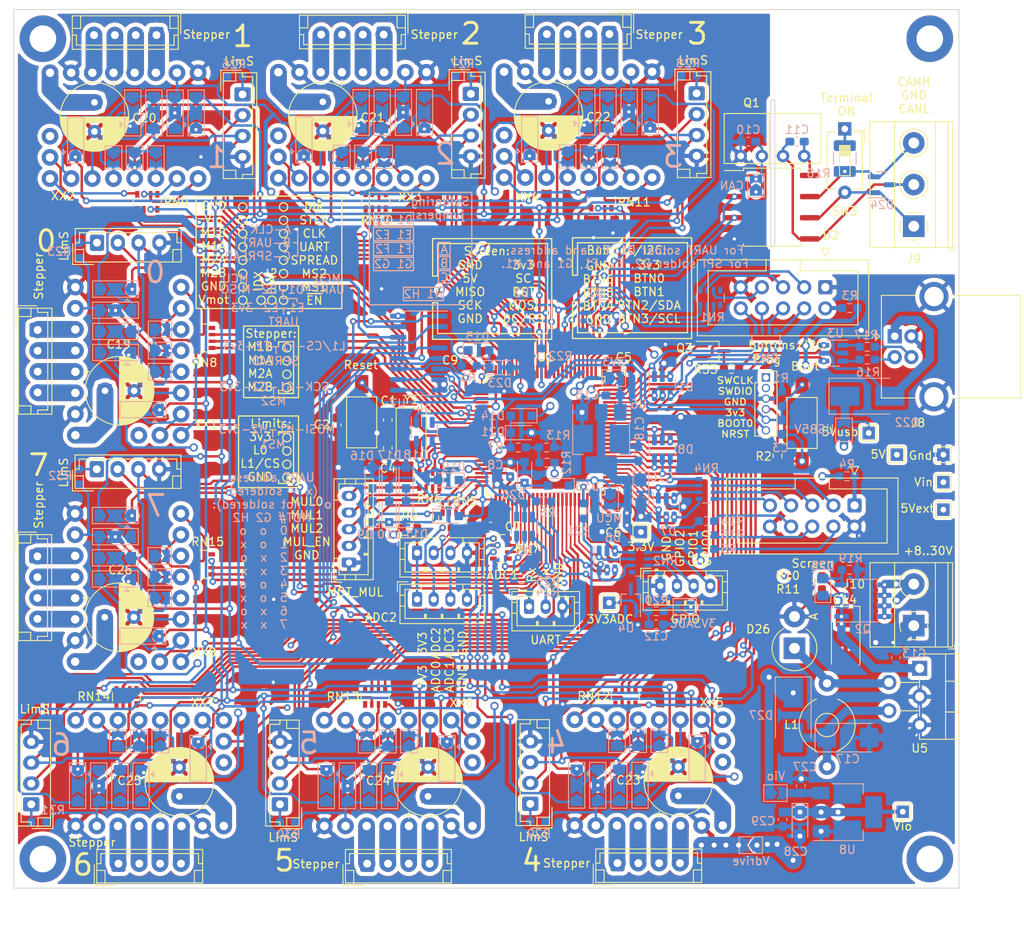
<source format=kicad_pcb>
(kicad_pcb (version 20211014) (generator pcbnew)

  (general
    (thickness 4.69)
  )

  (paper "A4")
  (layers
    (0 "F.Cu" signal)
    (1 "In1.Cu" power "Ground.Cu")
    (2 "In2.Cu" power "Power.Cu")
    (31 "B.Cu" signal)
    (32 "B.Adhes" user "B.Adhesive")
    (33 "F.Adhes" user "F.Adhesive")
    (34 "B.Paste" user)
    (35 "F.Paste" user)
    (36 "B.SilkS" user "B.Silkscreen")
    (37 "F.SilkS" user "F.Silkscreen")
    (38 "B.Mask" user)
    (39 "F.Mask" user)
    (40 "Dwgs.User" user "User.Drawings")
    (41 "Cmts.User" user "User.Comments")
    (42 "Eco1.User" user "User.Eco1")
    (43 "Eco2.User" user "User.Eco2")
    (44 "Edge.Cuts" user)
    (45 "Margin" user)
    (46 "B.CrtYd" user "B.Courtyard")
    (47 "F.CrtYd" user "F.Courtyard")
    (48 "B.Fab" user)
    (49 "F.Fab" user)
    (50 "User.1" user)
    (51 "User.2" user)
    (52 "User.3" user)
    (53 "User.4" user)
    (54 "User.5" user)
    (55 "User.6" user)
    (56 "User.7" user)
    (57 "User.8" user)
    (58 "User.9" user)
  )

  (setup
    (stackup
      (layer "F.SilkS" (type "Top Silk Screen"))
      (layer "F.Paste" (type "Top Solder Paste"))
      (layer "F.Mask" (type "Top Solder Mask") (thickness 0.01))
      (layer "F.Cu" (type "copper") (thickness 0.035))
      (layer "dielectric 1" (type "core") (thickness 1.51) (material "FR4") (epsilon_r 4.5) (loss_tangent 0.02))
      (layer "In1.Cu" (type "copper") (thickness 0.035))
      (layer "dielectric 2" (type "prepreg") (thickness 1.51) (material "FR4") (epsilon_r 4.5) (loss_tangent 0.02))
      (layer "In2.Cu" (type "copper") (thickness 0.035))
      (layer "dielectric 3" (type "core") (thickness 1.51) (material "FR4") (epsilon_r 4.5) (loss_tangent 0.02))
      (layer "B.Cu" (type "copper") (thickness 0.035))
      (layer "B.Mask" (type "Bottom Solder Mask") (thickness 0.01))
      (layer "B.Paste" (type "Bottom Solder Paste"))
      (layer "B.SilkS" (type "Bottom Silk Screen"))
      (copper_finish "None")
      (dielectric_constraints no)
    )
    (pad_to_mask_clearance 0)
    (pcbplotparams
      (layerselection 0x00010fc_ffffffff)
      (disableapertmacros false)
      (usegerberextensions false)
      (usegerberattributes true)
      (usegerberadvancedattributes true)
      (creategerberjobfile true)
      (svguseinch false)
      (svgprecision 6)
      (excludeedgelayer true)
      (plotframeref false)
      (viasonmask false)
      (mode 1)
      (useauxorigin false)
      (hpglpennumber 1)
      (hpglpenspeed 20)
      (hpglpendiameter 15.000000)
      (dxfpolygonmode true)
      (dxfimperialunits true)
      (dxfusepcbnewfont true)
      (psnegative false)
      (psa4output false)
      (plotreference true)
      (plotvalue true)
      (plotinvisibletext false)
      (sketchpadsonfab false)
      (subtractmaskfromsilk false)
      (outputformat 1)
      (mirror false)
      (drillshape 0)
      (scaleselection 1)
      (outputdirectory "gerbers/")
    )
  )

  (net 0 "")
  (net 1 "/MCU base/OSC_IN")
  (net 2 "GND")
  (net 3 "/MCU base/NRST")
  (net 4 "/MCU base/BOOT0")
  (net 5 "+3V3")
  (net 6 "/MCU base/OSC_OUT")
  (net 7 "/MCU base/BTN0")
  (net 8 "/MCU base/BTN1")
  (net 9 "/MCU base/BTN2_SDA")
  (net 10 "/MCU base/SWDIO")
  (net 11 "/MCU base/BTN3_SCL")
  (net 12 "/MCU base/SWCLK")
  (net 13 "M4_L0")
  (net 14 "M4_L1")
  (net 15 "/MCU base/BTN4")
  (net 16 "/MCU base/BTN5")
  (net 17 "/MCU base/BTN6")
  (net 18 "M3_L1")
  (net 19 "M3_L0")
  (net 20 "M2_L1")
  (net 21 "M2_L0")
  (net 22 "M1_L0")
  (net 23 "M1_L1")
  (net 24 "/MCU base/SCRN_DCRS")
  (net 25 "/MCU base/SCRN_SCK")
  (net 26 "/MCU base/SCRN_MISO")
  (net 27 "/MCU base/SCRN_MOSI")
  (net 28 "/MCU base/SCRN_RST")
  (net 29 "/MCU base/SCRN_CS")
  (net 30 "M6_L1")
  (net 31 "M6_L0")
  (net 32 "M5_L1")
  (net 33 "M5_L0")
  (net 34 "/MCU base/A0")
  (net 35 "/MCU base/A1")
  (net 36 "/MCU base/A2")
  (net 37 "/MCU base/A3")
  (net 38 "/MCU base/A4")
  (net 39 "/MCU base/A5")
  (net 40 "Net-(J1-Pad4)")
  (net 41 "Net-(J2-Pad2)")
  (net 42 "Net-(J2-Pad3)")
  (net 43 "Net-(J2-Pad5)")
  (net 44 "Net-(J2-Pad6)")
  (net 45 "Net-(J2-Pad7)")
  (net 46 "Net-(J2-Pad8)")
  (net 47 "ADC2")
  (net 48 "ADC3")
  (net 49 "ADC4")
  (net 50 "ADC5")
  (net 51 "+5V")
  (net 52 "ADC0")
  (net 53 "Vdrive")
  (net 54 "ADC1")
  (net 55 "unconnected-(RN1-Pad4)")
  (net 56 "unconnected-(RN1-Pad5)")
  (net 57 "MUL0")
  (net 58 "MUL1")
  (net 59 "MUL2")
  (net 60 "MUL_EN")
  (net 61 "M1_EN")
  (net 62 "M1_DIR")
  (net 63 "M1_STEP")
  (net 64 "+3.3VADC")
  (net 65 "TMC_SCK")
  (net 66 "TMC_MISO")
  (net 67 "TMC_MOSI")
  (net 68 "USART3_TX")
  (net 69 "M6_STEP")
  (net 70 "M6_DIR")
  (net 71 "M6_EN")
  (net 72 "M5_STEP")
  (net 73 "M5_DIR")
  (net 74 "M5_EN")
  (net 75 "USB_DM")
  (net 76 "USB_DP")
  (net 77 "M4_STEP")
  (net 78 "M4_EN")
  (net 79 "M4_DIR")
  (net 80 "CAN_RX")
  (net 81 "CAN_TX")
  (net 82 "USART2_TX")
  (net 83 "M3_DIR")
  (net 84 "M3_STEP")
  (net 85 "M3_EN")
  (net 86 "M2_STEP")
  (net 87 "M2_DIR")
  (net 88 "M2_EN")
  (net 89 "Net-(J2-Pad10)")
  (net 90 "Net-(C10-Pad1)")
  (net 91 "/MCU base/MOT_MUL0")
  (net 92 "/MCU base/MOT_MUL1")
  (net 93 "/MCU base/MOT_MUL2")
  (net 94 "/MCU base/MOT_MUL_EN")
  (net 95 "Net-(J6-Pad2)")
  (net 96 "Net-(J6-Pad3)")
  (net 97 "Net-(J6-Pad4)")
  (net 98 "Net-(J6-Pad5)")
  (net 99 "Net-(C11-Pad1)")
  (net 100 "Earth")
  (net 101 "Net-(C15-Pad1)")
  (net 102 "Net-(C17-Pad1)")
  (net 103 "Net-(D22-Pad1)")
  (net 104 "/VB")
  (net 105 "Net-(J3-Pad8)")
  (net 106 "/MCU base/OUT1")
  (net 107 "/MCU base/OUT0")
  (net 108 "/MCU base/OUT2")
  (net 109 "Net-(J7-Pad2)")
  (net 110 "Net-(J7-Pad3)")
  (net 111 "unconnected-(RN2-Pad4)")
  (net 112 "unconnected-(RN2-Pad5)")
  (net 113 "Net-(J7-Pad4)")
  (net 114 "/CANL")
  (net 115 "/CANH")
  (net 116 "Net-(D25-Pad2)")
  (net 117 "Net-(D26-Pad1)")
  (net 118 "Net-(J3-Pad1)")
  (net 119 "Net-(J3-Pad3)")
  (net 120 "Net-(J3-Pad4)")
  (net 121 "Net-(J3-Pad5)")
  (net 122 "Net-(J3-Pad6)")
  (net 123 "Net-(J3-Pad7)")
  (net 124 "Net-(J3-Pad9)")
  (net 125 "Net-(J4-Pad1)")
  (net 126 "Net-(J8-Pad2)")
  (net 127 "Net-(J8-Pad3)")
  (net 128 "Net-(J10-Pad2)")
  (net 129 "Net-(JP4-Pad2)")
  (net 130 "/Motors/Vm")
  (net 131 "/Motors/USART0-3")
  (net 132 "/Motors/MOSI")
  (net 133 "Net-(JP8-Pad1)")
  (net 134 "/Motors/SCK")
  (net 135 "Net-(JP13-Pad1)")
  (net 136 "/Motors/MISO")
  (net 137 "unconnected-(RN8-Pad8)")
  (net 138 "unconnected-(RN8-Pad1)")
  (net 139 "Net-(R16-Pad2)")
  (net 140 "Net-(R17-Pad2)")
  (net 141 "Net-(R18-Pad1)")
  (net 142 "/Motors/USART4-7")
  (net 143 "/Motors/DIAG4")
  (net 144 "/Motors/DIAG6")
  (net 145 "/Motors/DIAG7")
  (net 146 "/Motors/DIAG5")
  (net 147 "/Motors/DIAG3")
  (net 148 "/Motors/DIAG0")
  (net 149 "/Motors/DIAG1")
  (net 150 "/Motors/DIAG2")
  (net 151 "unconnected-(XX1-Pad18)")
  (net 152 "/Motors/stepper_M1/U")
  (net 153 "Net-(J11-Pad1)")
  (net 154 "/Motors/stepper_M1/~{ENx}")
  (net 155 "/Motors/stepper_M1/STEPx")
  (net 156 "/Motors/stepper_M1/DIRx")
  (net 157 "/MCU base/USART1_RX")
  (net 158 "/Motors/stepper_M1/MS1")
  (net 159 "/Motors/stepper_M1/MS2")
  (net 160 "/Motors/stepper_M1/SPR")
  (net 161 "/Motors/stepper_M1/CLK")
  (net 162 "/MCU base/USART1_TX")
  (net 163 "Net-(J13-Pad2)")
  (net 164 "Net-(J13-Pad1)")
  (net 165 "M0_L1")
  (net 166 "M0_L0")
  (net 167 "Net-(J12-Pad4)")
  (net 168 "Net-(J12-Pad3)")
  (net 169 "Net-(J12-Pad2)")
  (net 170 "Net-(J12-Pad1)")
  (net 171 "M0_STEP")
  (net 172 "M0_DIR")
  (net 173 "M0_EN")
  (net 174 "M7_L0")
  (net 175 "M7_L1")
  (net 176 "M7_DIR")
  (net 177 "M7_EN")
  (net 178 "M7_STEP")
  (net 179 "MCU3v3")
  (net 180 "unconnected-(RN7-Pad5)")
  (net 181 "unconnected-(RN7-Pad4)")
  (net 182 "Net-(J14-Pad1)")
  (net 183 "Net-(J15-Pad1)")
  (net 184 "Net-(J15-Pad2)")
  (net 185 "Net-(J15-Pad3)")
  (net 186 "Net-(J15-Pad4)")
  (net 187 "Net-(JP16-Pad1)")
  (net 188 "/Motors/stepper_M2/U")
  (net 189 "/Motors/stepper_M2/MS1")
  (net 190 "/Motors/stepper_M2/MS2")
  (net 191 "/Motors/stepper_M2/SPR")
  (net 192 "Net-(JP21-Pad1)")
  (net 193 "/Motors/stepper_M2/CLK")
  (net 194 "/Motors/stepper_M2/DIRx")
  (net 195 "/Motors/stepper_M2/STEPx")
  (net 196 "/Motors/stepper_M2/~{ENx}")
  (net 197 "unconnected-(RN9-Pad1)")
  (net 198 "unconnected-(RN9-Pad8)")
  (net 199 "unconnected-(XX2-Pad18)")
  (net 200 "Net-(J16-Pad1)")
  (net 201 "Net-(J17-Pad1)")
  (net 202 "Net-(J17-Pad2)")
  (net 203 "Net-(J17-Pad3)")
  (net 204 "Net-(J17-Pad4)")
  (net 205 "Net-(JP24-Pad1)")
  (net 206 "/Motors/stepper_M3/U")
  (net 207 "/Motors/stepper_M3/MS1")
  (net 208 "/Motors/stepper_M3/MS2")
  (net 209 "/Motors/stepper_M3/SPR")
  (net 210 "Net-(JP29-Pad1)")
  (net 211 "/Motors/stepper_M3/CLK")
  (net 212 "unconnected-(RN10-Pad1)")
  (net 213 "/Motors/stepper_M3/DIRx")
  (net 214 "/Motors/stepper_M3/STEPx")
  (net 215 "/Motors/stepper_M3/~{ENx}")
  (net 216 "unconnected-(RN10-Pad8)")
  (net 217 "unconnected-(XX3-Pad18)")
  (net 218 "Net-(J18-Pad1)")
  (net 219 "Net-(J19-Pad1)")
  (net 220 "Net-(J19-Pad2)")
  (net 221 "Net-(J19-Pad3)")
  (net 222 "Net-(J19-Pad4)")
  (net 223 "Net-(JP32-Pad1)")
  (net 224 "/Motors/stepper_M4/U")
  (net 225 "/Motors/stepper_M4/MS1")
  (net 226 "/Motors/stepper_M4/MS2")
  (net 227 "/Motors/stepper_M4/SPR")
  (net 228 "Net-(JP37-Pad1)")
  (net 229 "/Motors/stepper_M4/CLK")
  (net 230 "unconnected-(RN11-Pad1)")
  (net 231 "/Motors/stepper_M4/DIRx")
  (net 232 "/Motors/stepper_M4/STEPx")
  (net 233 "/Motors/stepper_M4/~{ENx}")
  (net 234 "unconnected-(RN11-Pad8)")
  (net 235 "unconnected-(XX4-Pad18)")
  (net 236 "Net-(J20-Pad1)")
  (net 237 "Net-(J21-Pad1)")
  (net 238 "Net-(J21-Pad2)")
  (net 239 "Net-(J21-Pad3)")
  (net 240 "Net-(J21-Pad4)")
  (net 241 "Net-(JP40-Pad1)")
  (net 242 "/Motors/stepper_M5/U")
  (net 243 "/Motors/stepper_M5/MS1")
  (net 244 "/Motors/stepper_M5/MS2")
  (net 245 "/Motors/stepper_M5/SPR")
  (net 246 "Net-(JP45-Pad1)")
  (net 247 "/Motors/stepper_M5/CLK")
  (net 248 "unconnected-(RN12-Pad1)")
  (net 249 "/Motors/stepper_M5/DIRx")
  (net 250 "/Motors/stepper_M5/STEPx")
  (net 251 "/Motors/stepper_M5/~{ENx}")
  (net 252 "unconnected-(RN12-Pad8)")
  (net 253 "unconnected-(XX5-Pad18)")
  (net 254 "Net-(J22-Pad1)")
  (net 255 "Net-(J23-Pad1)")
  (net 256 "Net-(J23-Pad2)")
  (net 257 "Net-(J23-Pad3)")
  (net 258 "Net-(J23-Pad4)")
  (net 259 "Net-(JP48-Pad1)")
  (net 260 "/Motors/stepper_M6/U")
  (net 261 "/Motors/stepper_M6/MS1")
  (net 262 "/Motors/stepper_M6/MS2")
  (net 263 "/Motors/stepper_M6/SPR")
  (net 264 "Net-(JP53-Pad1)")
  (net 265 "/Motors/stepper_M6/CLK")
  (net 266 "unconnected-(RN13-Pad1)")
  (net 267 "/Motors/stepper_M6/DIRx")
  (net 268 "/Motors/stepper_M6/STEPx")
  (net 269 "/Motors/stepper_M6/~{ENx}")
  (net 270 "unconnected-(RN13-Pad8)")
  (net 271 "unconnected-(XX6-Pad18)")
  (net 272 "Net-(J24-Pad1)")
  (net 273 "Net-(J25-Pad1)")
  (net 274 "Net-(J25-Pad2)")
  (net 275 "Net-(J25-Pad3)")
  (net 276 "Net-(J25-Pad4)")
  (net 277 "Net-(JP56-Pad1)")
  (net 278 "/Motors/stepper_M7/U")
  (net 279 "/Motors/stepper_M7/MS1")
  (net 280 "/Motors/stepper_M7/MS2")
  (net 281 "/Motors/stepper_M7/SPR")
  (net 282 "Net-(JP61-Pad1)")
  (net 283 "/Motors/stepper_M7/CLK")
  (net 284 "unconnected-(RN14-Pad1)")
  (net 285 "/Motors/stepper_M7/DIRx")
  (net 286 "/Motors/stepper_M7/STEPx")
  (net 287 "/Motors/stepper_M7/~{ENx}")
  (net 288 "unconnected-(RN14-Pad8)")
  (net 289 "unconnected-(XX7-Pad18)")
  (net 290 "Net-(J26-Pad1)")
  (net 291 "Net-(J27-Pad1)")
  (net 292 "Net-(J27-Pad2)")
  (net 293 "Net-(J27-Pad3)")
  (net 294 "Net-(J27-Pad4)")
  (net 295 "Net-(JP64-Pad1)")
  (net 296 "/Motors/stepper_M8/U")
  (net 297 "/Motors/stepper_M8/MS1")
  (net 298 "/Motors/stepper_M8/MS2")
  (net 299 "/Motors/stepper_M8/SPR")
  (net 300 "Net-(JP69-Pad1)")
  (net 301 "/Motors/stepper_M8/CLK")
  (net 302 "unconnected-(RN15-Pad1)")
  (net 303 "/Motors/stepper_M8/DIRx")
  (net 304 "/Motors/stepper_M8/STEPx")
  (net 305 "/Motors/stepper_M8/~{ENx}")
  (net 306 "unconnected-(RN15-Pad8)")
  (net 307 "unconnected-(XX8-Pad18)")
  (net 308 "/MCU base/Diagn")
  (net 309 "DIAGNOST")
  (net 310 "Net-(C27-Pad1)")
  (net 311 "Vio")
  (net 312 "Net-(Q3-Pad3)")
  (net 313 "Net-(J2-Pad4)")

  (footprint "Capacitor_SMD:C_0603_1608Metric_Pad1.08x0.95mm_HandSolder" (layer "F.Cu") (at 110.8975 79.502))

  (footprint "Connector_JST:JST_EH_B4B-EH-A_1x04_P2.50mm_Vertical" (layer "F.Cu") (at 99.921075 41.501827 180))

  (footprint "Connector_JST:JST_EH_B4B-EH-A_1x04_P2.50mm_Vertical" (layer "F.Cu") (at 58.374 76.974 -90))

  (footprint "Connector_JST:JST_PH_B5B-PH-K_1x05_P2.00mm_Vertical" (layer "F.Cu") (at 95.758 104.902 90))

  (footprint "Connector_IDC:IDC-Header_2x05_P2.54mm_Vertical" (layer "F.Cu") (at 152.9588 71.8407 -90))

  (footprint "Button_Switch_SMD:SW_SPST_FSMSM" (layer "F.Cu") (at 150.1648 88.138 -90))

  (footprint "Connector_JST:JST_EH_B4B-EH-A_1x04_P2.50mm_Vertical" (layer "F.Cu") (at 87.466 133.934 90))

  (footprint "TestPoint:TestPoint_THTPad_1.5x1.5mm_Drill0.7mm" (layer "F.Cu") (at 161.544 91.948))

  (footprint "MountingHole:MountingHole_3.2mm_M3_DIN965_Pad" (layer "F.Cu") (at 165.5 140.5))

  (footprint "Button_Switch_THT:SW_DIP_SPSTx01_Slide_6.7x4.1mm_W7.62mm_P2.54mm_LowProfile" (layer "F.Cu") (at 155.2956 52.832 -90))

  (footprint "Capacitor_THT:CP_Radial_D8.0mm_P3.50mm" (layer "F.Cu") (at 105.246 132.978 90))

  (footprint "Connector_JST:JST_PH_B4B-PH-K_1x04_P2.00mm_Vertical" (layer "F.Cu") (at 103.934 103.7336))

  (footprint "Connector_JST:JST_EH_B4B-EH-A_1x04_P2.50mm_Vertical" (layer "F.Cu") (at 65.5 66.5))

  (footprint "stepper:stepper_module" (layer "F.Cu") (at 131.75 130.124 -90))

  (footprint "Resistor_SMD:R_Array_Convex_4x0603" (layer "F.Cu") (at 126.07045 61.46 -90))

  (footprint "Connector_JST:JST_PH_B3B-PH-K_1x03_P2.00mm_Vertical" (layer "F.Cu") (at 117.38 110.194))

  (footprint "stepper:stepper_module" (layer "F.Cu") (at 69.222 107.9116 180))

  (footprint "stepper:stepper_module" (layer "F.Cu") (at 96.171075 52.377827 90))

  (footprint "Resistor_SMD:R_Array_Convex_4x0603" (layer "F.Cu") (at 113.9952 103.2256))

  (footprint "TerminalBlock_Phoenix:TerminalBlock_Phoenix_MKDS-1,5-2_1x02_P5.00mm_Horizontal" (layer "F.Cu") (at 163.576 112.482 90))

  (footprint "Resistor_SMD:R_0603_1608Metric_Pad0.98x0.95mm_HandSolder" (layer "F.Cu") (at 141.6812 81.6356))

  (footprint "Connector_IDC:IDC-Header_2x05_P2.54mm_Vertical" (layer "F.Cu") (at 156.464 98.044 -90))

  (footprint "TestPoint:TestPoint_THTPad_1.5x1.5mm_Drill0.7mm" (layer "F.Cu") (at 167.132 91.948))

  (footprint "Connector_PinSocket_1.27mm:PinSocket_1x06_P1.27mm_Vertical" (layer "F.Cu") (at 145.821 82.677))

  (footprint "Connector_JST:JST_EH_B4B-EH-A_1x04_P2.50mm_Vertical" (layer "F.Cu") (at 57.604925 133.934 90))

  (footprint "Package_QFP:LQFP-100_14x14mm_P0.5mm" (layer "F.Cu") (at 119.38 89.662))

  (footprint "MountingHole:MountingHole_3.2mm_M3_DIN965_Pad" (layer "F.Cu") (at 59 42))

  (footprint "Capacitor_THT:CP_Radial_D8.0mm_P3.50mm" (layer "F.Cu")
    (tedit 5AE50EF0) (tstamp 54feca81-afb3-4fb5-84f6-1707a4e4bb1b)
    (at 135.306 132.918 90)
    (descr "CP, Radial series, Radial, pin pitch=3.50mm, , diameter=8mm, Electrolytic Capacitor")
    (tags "CP Radial series Radial pin pitch 3.50mm  diameter 8mm Electrolytic Capacitor")
    (property "Sheetfile" "stepper_M.kicad_sch")
    (property "Sheetname" "stepper_M5")
    (path "/cf2c4fa9-a57e-4812-ae0c-3db57f6071a5/f8c6e88c-0183-4d2e-a3ca-39251d1701fb/028c2f35-a9b0-4aaf-988c-ea6dbc478016")
    (attr through_hole)
    (fp_text reference "C23" (at 1.8796 -5.9944) (layer "F.SilkS")
      (effects (font (size 1 1) (thickness 0.15)))
      (tstamp 7b4a4239-8607-4022-a212-bb8c6f16fa63)
    )
    (fp_text value "100u 35V" (at 1.75 5.25 90) (layer "F.Fab")
      (effects (font (size 1 1) (thickness 0.15)))
      (tstamp 96bf238f-4f4f-4f68-869e-10ec7b2d590d)
    )
    (fp_text user "${REFERENCE}" (at 1.75 0 90) (layer "F.Fab")
      (effects (font (size 1 1) (thickness 0.15)))
      (tstamp 428b2f70-031d-4d8d-bc9a-f057fe618982)
    )
    (fp_line (start 4.591 -2.945) (end 4.591 2.945) (layer "F.SilkS") (width 0.12) (tstamp 0341b80b-a284-4b79-b869-1fbf37caf697))
    (fp_line (start 2.35 -4.037) (end 2.35 4.037) (layer "F.SilkS") (width 0.12) (tstamp 06b8dc57-b8af-459b-9742-9a75215ed786))
    (fp_line (start 3.311 1.04) (end 3.311 3.774) (layer "F.SilkS") (width 0.12) (tstamp 08853ffb-610d-4058-a7ed-810ede818c32))
    (fp_line (start 3.711 -3.584) (end 3.711 -1.04) (layer "F.SilkS") (width 0.12) (tstamp 0a250321-2a40-4ea7-803e-597c67b3a908))
    (fp_line (start 3.551 -3.666) (end 3.551 -1.04) (layer "F.SilkS") (width 0.12) (tstamp 0ad097ec-cb29-4fde-8e11-c565a582b3c9))
    (fp_line (start 4.031 -3.392) (end 4.031 -1.04) (layer "F.SilkS") (width 0.12) (tstamp 0ad5b517-6afc-415d-b906-428f1cf86026))
    (fp_line (start 4.951 -2.556) (end 4.951 2.556) (layer "F.SilkS") (width 0.12) (tstamp 0ae4c03c-d0d2-4d8f-9744-4df60c31fef5))
    (fp_line (start 4.911 -2.604) (end 4.911 2.604) (layer "F.SilkS") (width 0.12) (tstamp 0b0a1389-e9cc-4e13-858b-51c0e62f42e3))
    (fp_line (start 4.791 -2.741) (end 4.791 2.741) (layer "F.SilkS") (width 0.12) (tstamp 0c57afef-3ce8-418e-aac3-e825b76ffc1e))
    (fp_line (start 1.87 -4.079) (end 1.87 4.079) (layer "F.SilkS") (width 0.12) (tstamp 0cac4be0-30c2-47e4-b192-807c51d1cf49))
    (fp_line (start 2.951 -3.902) (end 2.951 -1.04) (layer "F.SilkS") (width 0.12) (tstamp 0dd74dfa-4fd9-4993-830c-59480cf6a753))
    (fp_line (start 3.911 -3.469) (end 3.911 -1.04) (layer "F.SilkS") (width 0.12) (tstamp 0ef6e8d3-9ed9-4b56-b264-998a28590b6f))
    (fp_line (start 2.631 1.04) (end 2.631 3.985) (layer "F.SilkS") (width 0.12) (tstamp 10999b64-b707-46b7-9b41-763568379b06))
    (fp_line (start 5.591 -1.453) (end 5.591 1.453) (layer "F.SilkS") (width 0.12) (tstamp 10b2a98d-30b4-429d-b80f-2c285c482bdd))
    (fp_line (start 2.671 -3.976) (end 2.671 -1.04) (layer "F.SilkS") (width 0.12) (tstamp 1305c615-7d4c-4f44-a133-84ebc1df12c2))
    (fp_line (start 3.271 1.04) (end 3.271 3.79) (layer "F.SilkS") (width 0.12) (tstamp 1413e654-9277-4964-8e83-d941607f55bf))
    (fp_line (start 5.551 -1.552) (end 5.551 1.552) (layer "F.SilkS") (width 0.12) (tstamp 197ada20-f457-44c8-a3c4-81e3e5875f93))
    (fp_line (start 3.431 -3.722) (end 3.431 -1.04) (layer "F.SilkS") (width 0.12) (tstamp 1df3702f-c8b6-43ba-9681-65236dc4109e))
    (fp_line (start 3.911 1.04) (end 3.911 3.469) (layer "F.SilkS") (width 0.12) (tstamp 1e2916ff-56ed-43e4-9e7e-718f720daa60))
    (fp_line (start 1.95 -4.076) (end 1.95 4.076) (layer "F.SilkS") (width 0.12) (tstamp 1e41e304-f6ba-4945-9082-66ba30de890f))
    (fp_line (start 4.231 -3.25) (end 4.231 -1.04) (layer "F.SilkS") (width 0.12) (tstamp 1f8c071c-97f9-45fe-aedc-df2c79346e19))
    (fp_line (start 1.99 -4.074) (end 1.99 4.074) (layer "F.SilkS") (width 0.12) (tstamp 203e5bfd-c3cd-407c-b2f9-f253788edebf))
    (fp_line (start 5.111 -2.345) (end 5.111 2.345) (layer "F.SilkS") (width 0.12) (tstamp 225c4338-3bdd-4019-8af7-67593b4f3cab))
    (fp_line (start 4.311 1.04) (end 4.311 3.189) (layer "F.SilkS") (width 0.12) (tstamp 241021d2-ff57-4cdc-8e8b-e5be3e9a8d1b))
    (fp_line (start 2.711 1.04) (end 2.711 3.967) (layer "F.SilkS") (width 0.12) (tstamp 264c10a4-a6c0-4174-b449-6ad9b4bd822d))
    (fp_line (start 4.151 1.04) (end 4.151 3.309) (layer "F.SilkS") (width 0.12) (tstamp 266f29d4-ee14-4f6d-b981-a3c14fc8d08d))
    (fp_line (start 2.23 -4.052) (end 2.23 4.052) (layer "F.SilkS") (width 0.12) (tstamp 27465d4f-5b09-4035-b26f-e4760c54c1c3))
    (fp_line (start 3.511 -3.686) (end 3.511 -1.04) (layer "F.SilkS") (width 0.12) (tstamp 2a3d1b52-a8cc-463e-a567-8b3d4a5c05c3))
    (fp_line (start 3.751 -3.562) (end 3.751 -1.04) (layer "F.SilkS") (width 0.12) (tstamp 2b79d754-b878-4233-8e46-eb70a38e5705))
    (fp_line (start 5.271 -2.102) (end 5.271 2.102) (layer "F.SilkS") (width 0.12) (tstamp 2ca92dc9-28e8-45e7-9f29-e9dc8fcc1509))
    (fp_line (start 2.511 1.04) (end 2.511 4.01) (layer "F.SilkS") (width 0.12) (tstamp 2e1b8a49-dc10-4561-8b08-3650368e47fc))
    (fp_line (start 3.951 1.04) (end 3.951 3.444) (layer "F.SilkS") (width 0.12) (tstamp 2e5a6886-aab0-42bd-b2a1-4ed8b064f6f5))
    (fp_line (start 2.751 1.04) (end 2.751 3.957) (layer "F.SilkS") (width 0.12) (tstamp 316e9e0a-bb75-4956-b428-af79c04f0516))
    (fp_line (start 4.111 1.04) (end 4.111 3.338) (layer "F.SilkS") (width 0.12) (tstamp 35a595ef-d1b3-4672-8f62-32da7c420585))
    (fp_line (start 4.871 -2.651) (end 4.871 2.651) (layer "F.SilkS") (width 0.12) (tstamp 399ec781-6aa1-487c-b215-97bc23893585))
    (fp_line (start 3.551 1.04) (end 3.551 3.666) (layer "F.SilkS") (width 0.12) (tstamp 3ab39475-f3a3-4eda-8850-3486bc3b9d2c))
    (fp_line (start 4.271 1.04) (end 4.271 3.22) (layer "F.SilkS") (width 0.12) (tstamp 3eb8aeed-c0b5-41d2-97ff-55b7250e8d23))
    (fp_line (start 4.231 1.04) (end 4.231 3.25) (layer "F.SilkS") (width 0.12) (tstamp 4027b944-0345-43ca-aaac-a9fdce2fc371))
    (fp_line (start 5.071 -2.4) (end 5.071 2.4) (layer "F.SilkS") (width 0.12) (tstamp 409da033-9f9f-472b-a209-43334eac9340))
    (fp_line (start 2.831 -3.936) (end 2.831 -1.04) (layer "F.SilkS") (width 0.12) (tstamp 433d0b95-19e6-4cdc-88b4-6e285766e3a7))
    (fp_line (start 2.871 1.04) (end 2.871 3.925) (layer "F.SilkS") (width 0.12) (tstamp 45ccb5af-97e5-4307-b56e-36f5d00216d3))
    (fp_line (start 3.391 -3.74) (end 3.391 -1.04) (layer "F.SilkS") (width 0.12) (tstamp 45f9c57a-a34a-48ff-8938-e33ba3df4af0))
    (fp_line (start 3.151 -3.835) (end 3.151 -1.04) (layer "F.SilkS") (width 0.12) (tstamp 46fd2fc3-88a1-47cd-a146-83ec2fde3a61))
    (fp_line (start 2.631 -3.985) (end 2.631 -1.04) (layer "F.SilkS") (width 0.12) (tstamp 472c3772-e9fa-48e1-9210-904d4b225f16))
    (fp_line (start 2.19 -4.057) (end 2.19 4.057) (layer "F.SilkS") (width 0.12) (tstamp 4752dbe3-1ffa-4c5a-9127-dc5683868965))
    (fp_line (start 4.471 -3.055) (end 4.471 -1.04) (layer "F.SilkS") (width 0.12) (tstamp 49865241-fbc0-403f-b837-7eff07416725))
    (fp_line (start 4.631 -2.907) (end 4.631 2.907) (layer "F.SilkS") (width 0.12) (tstamp 4a2c9307-bbe7-4224-adab-db6eb6be32fb))
    (fp_line (start 4.991 -2.505) (end 4.991 2.505) (layer "F.SilkS") (width 0.12) (tstamp 4a5f91fb-bf48-4494-ac7c-8a5ab6020a5a))
    (fp_line (start 4.271 -3.22) (end 4.271 -1.04) (layer "F.SilkS") (width 0.12) (tstamp 4ac261e1-b330-4409-b0d2-190aca8fd7a1))
    (fp_line (start 4.711 -2.826) (end 4.711 2.826) (layer "F.SilkS") (width 0.12) (tstamp 4b69bc64-dea5-47c7-9316-561689bee104))
    (fp_line (start 4.351 -3.156) (end 4.351 -1.04) (layer "F.SilkS") (width 0.12) (tstamp 4d37fe39-c913-45ac-b12f-c66948615f92))
    (fp_line (start 5.231 -2.166) (end 5.231 2.166) (layer "F.SilkS") (width 0.12) (tstamp 4ee85bf4-b8b2-4849-8d7d-d64f3470a3e2))
    (fp_line (start 3.031 1.04) (end 3.031 3.877) (layer "F.SilkS") (width 0.12) (tstamp 52062ff7-b4c3-4205-8989-879aaaa6141b))
    (fp_line (start 5.751 -0.948) (end 5.751 0.948) (layer "F.SilkS") (width 0.12) (tstamp 53a26c32-5b4d-44eb-bf7e-8158861dadd0))
    (fp_line (start 4.551 -2.983) (end 4.551 2.983) (layer "F.SilkS") (width 0.12) (tstamp 548acc5a-42fb-4465-89e4-ce8a24163211))
    (fp_line (start 3.471 1.04) (end 3.471 3.704) (layer "F.SilkS") (width 0.12) (tstamp 578331c5-06a5-4a4f-a834-5747fccdbb77))
    (fp_line (start 3.831 1.04) (end 3.831 3.517) (layer "F.SilkS") (width 0.12) (tstamp 582cac7f-c1ef-4196-bb7c-6bc5c2a0944b))
    (fp_line (start 5.191 -2.228) (end 5.191 2.228) (layer "F.SilkS") (width 0.12) (tstamp 5966f391-cbac-4620-b844-1e77d6d72069))
    (fp_line (start 3.831 -3.517) (end 3.831 -1.04) (layer "F.SilkS") (width 0.12) (tstamp 5bb7403a-9785-483c-af6b-b7efb4f327ca))
    (fp_line (start 3.071 -3.863) (end 3.071 -1.04) (layer "F.SilkS") (width 0.12) (tstamp 5f04c60f-9ff9-4623-8a21-cb65fd756236))
    (fp_line (start 3.631 1.04) (end 3.631 3.627) (layer "F.SilkS") (width 0.12) (tstamp 5f2dbf3d-0bf9-405f-9b04-d1ee0442926b))
    (fp_line (start 4.471 1.04) (end 4.471 3.055) (layer "F.SilkS") (width 0.12) (tstamp 601a2268-efe4-4913-ad9a-a0820bbed24a))
    (fp_line (start 3.111 -3.85) (end 3.111 -1.04) (layer "F.SilkS") (width 0.12) (tstamp 63bf72c0-127a-4adb-96ce-4f367955cca3))
    (fp_line (start 3.631 -3.627) (end 3.631 -1.04) (layer "F.SilkS") (width 0.12) (tstamp 6564a4db-1bd7-45fe-b1ef-62375dc55eed))
    (fp_line (start 2.11 -4.065) (end 2.11 4.065) (layer "F.SilkS") (width 0.12) (tstamp 66c151b9-8ba2-40f2-99d8-07cb914cbaad))
    (fp_line (start 3.991 1.04) (end 3.991 3.418) (layer "F.SilkS") (width 0.12) (tstamp 66d70877-edfa-40d5-aa53-f96b49620c9e))
    (fp_line (start 2.751 -3.957) (end 2.751 -1.04) (layer "F.SilkS") (width 0.12) (tstamp 67f1c5ee-da72-45db-a0f4-edaf966f130b))
    (fp_line (start 2.671 1.04) (end 2.671 3.976) (layer "F.SilkS") (width 0.12) (tstamp 693df919-21b9-4cde-817e-5b7c0570c336))
    (fp_line (start 3.231 -3.805) (end 3.231 -1.04) (layer "F.SilkS") (width 0.12) (tstamp 702d3d5f-581d-47c8-b396-355a4abdc013))
    (fp_line (start 5.391 -1.89) (end 5.391 1.89) (layer "F.SilkS") (width 0.12) (tstamp 703deedd-038f-4f68-9f17-1def15dbb952))
    (fp_line (start 2.551 1.04) (end 2.551 4.002) (layer "F.SilkS") (width 0.12) (tstamp 74791ec2-be3d-48ef-8000-a6d7642dc12a))
    (fp_line (start 5.631 -1.346) (end 5.631 1.346) (layer "F.SilkS") (width 0.12) (tstamp 7578422c-ceb4-40ef-b0ed-ae9706eac3df))
    (fp_line (start 5.791 -0.768) (end 5.791 0.768) (layer "F.SilkS") (width 0.12) (tstamp 76468d35-1d85-4a26-b524-81d29dc06b24))
    (fp_line (start 4.431 1.04) (end 4.431 3.09) (layer "F.SilkS") (width 0.12) (tstamp 766017d8-6f23-4be2-92ab-4730e0ad3f23))
    (fp_line (start 4.111 -3.338) (end 4.111 -1.04) (layer "F.SilkS") (width 0.12) (tstamp 796a3e86-0e60-4339-ac63-a4ff9035db77))
    (fp_line (start 2.991 1.04) (end 2.991 3.889) (layer "F.SilkS") (width 0.12) (tstamp 800c5714-fe15-4a0a-968d-e3fc9639336f))
    (fp_line (start 4.391 1.04) (end 4.391 3.124) (layer "F.SilkS") (width 0.12) (tstamp 80f70f18-4a1d-4241-a4ba-16111305ea21))
    (fp_line (start 2.39 -4.03) (end 2.39 4.03) (layer "F.SilkS") (width 0.12) (tstamp 82647ff3-2936-478c-86f9-5b137bd6d1f3))
    (fp_line (start 3.791 1.04) (end 3.791 3.54) (layer "F.SilkS") (width 0.12) (tstamp 83ed1520-5ab9-486e-9f9c-3d18344cd044))
    (fp_line (start 3.951 -3.444) (end 3.951 -1.04) (layer "F.SilkS") (width 0.12) (tstamp 861a69fa-c254-4549-a81b-389317604cf2))
    (fp_line (start 5.031 -2.454) (end 5.031 2.454) (layer "F.SilkS") (width 0.12) (tstamp 8783115d-a0b4-439d-b9a4-d006e07a1761))
    (fp_line (start 2.791 -3.947) (end 2.791 -1.04) (layer "F.SilkS") (width 0.12) (tstamp 95ed907d-756d-4367-a4e7-fa6adfdd47d2))
    (fp_line (start 5.831 -0.533) (end 5.831 0.533) (layer "F.SilkS") (width 0.12) (tstamp 998d9600-594c-471f-b742-2f51ff87a3a1))
    (fp_line (start 2.911 1.04) (end 2.911 3.914) (layer "F.SilkS") (width 0.12) (tstamp 9a6e9712-95d1-4f31-aca6-7521cb72dc05))
    (fp_line (start 5.431 -1.813) (end 5.431 1.813) (layer "F.SilkS") (width 0.12) (tstamp 9a965e51-5620-47a7-b93c-ccea05a036ba))
    (fp_line (start 2.27 -4.048) (end 2.27 4.048) (layer "F.SilkS") (width 0.12) (tstamp 9c49135f-0727-4cd4-a256-c27e92f565d4))
    (fp_line (start 3.191 1.04) (end 3.191 3.821) (layer "F.SilkS") (width 0.12) (tstamp 9e90eb8d-65a2-4b49-98c4-f41c6144360c))
    (fp_line (start 4.391 -3.124) (end 4.391 -1.04) (layer "F.SilkS") (width 0.12) (tstamp 9f3b23da-2682-4e69-b119-1e9056cd16c3))
    (fp_line (start 4.151 -3.309) (end 4.151 -1.04) (layer "F.SilkS") (width 0.12) (tstamp a1941f2f-0135-4105-81ea-0dd0567d086c))
    (fp_line (start 3.351 -3.757) (end 3.351 -1.04) (layer "F.SilkS") (width 0.12) (tstamp a477856a-a310-4453-930d-a59e6bd64bc0))
    (fp_line (start 4.831 -2.697) (end 4.831 2.697) (layer "F.SilkS") (width 0.12) (tstamp a56eb918-c276-4671-bf2c-ee0bc5aed81d))
    (fp_line (start 1.83 -4.08) (end 1.83 4.08) (layer "F.SilkS") (width 0.12) (tstamp a5ed7838-049f-4716-a356-e
... [8750298 chars truncated]
</source>
